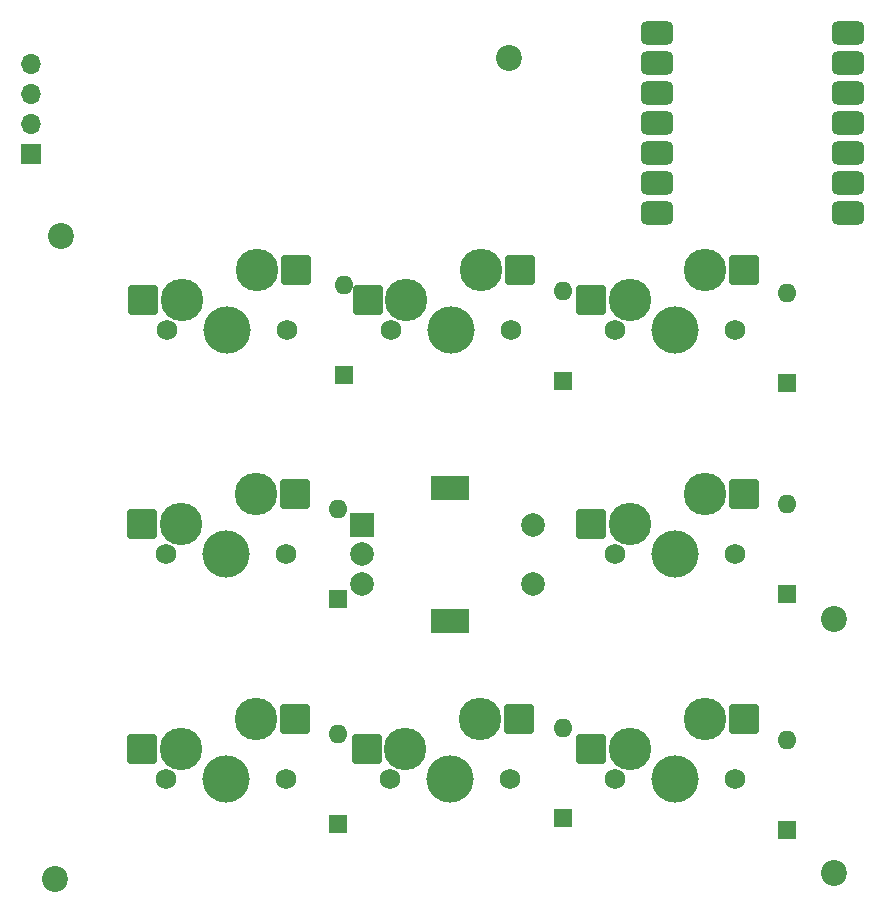
<source format=gbr>
%TF.GenerationSoftware,KiCad,Pcbnew,8.0.6*%
%TF.CreationDate,2024-10-30T00:35:20-04:00*%
%TF.ProjectId,MyHackpad,4d794861-636b-4706-9164-2e6b69636164,rev?*%
%TF.SameCoordinates,Original*%
%TF.FileFunction,Soldermask,Bot*%
%TF.FilePolarity,Negative*%
%FSLAX46Y46*%
G04 Gerber Fmt 4.6, Leading zero omitted, Abs format (unit mm)*
G04 Created by KiCad (PCBNEW 8.0.6) date 2024-10-30 00:35:20*
%MOMM*%
%LPD*%
G01*
G04 APERTURE LIST*
G04 Aperture macros list*
%AMRoundRect*
0 Rectangle with rounded corners*
0 $1 Rounding radius*
0 $2 $3 $4 $5 $6 $7 $8 $9 X,Y pos of 4 corners*
0 Add a 4 corners polygon primitive as box body*
4,1,4,$2,$3,$4,$5,$6,$7,$8,$9,$2,$3,0*
0 Add four circle primitives for the rounded corners*
1,1,$1+$1,$2,$3*
1,1,$1+$1,$4,$5*
1,1,$1+$1,$6,$7*
1,1,$1+$1,$8,$9*
0 Add four rect primitives between the rounded corners*
20,1,$1+$1,$2,$3,$4,$5,0*
20,1,$1+$1,$4,$5,$6,$7,0*
20,1,$1+$1,$6,$7,$8,$9,0*
20,1,$1+$1,$8,$9,$2,$3,0*%
G04 Aperture macros list end*
%ADD10RoundRect,0.250000X-1.025000X-1.000000X1.025000X-1.000000X1.025000X1.000000X-1.025000X1.000000X0*%
%ADD11C,1.750000*%
%ADD12C,4.000000*%
%ADD13C,3.600000*%
%ADD14R,1.600000X1.600000*%
%ADD15O,1.600000X1.600000*%
%ADD16C,2.200000*%
%ADD17R,2.000000X2.000000*%
%ADD18C,2.000000*%
%ADD19R,3.200000X2.000000*%
%ADD20R,1.700000X1.700000*%
%ADD21O,1.700000X1.700000*%
%ADD22RoundRect,0.500000X0.875000X0.500000X-0.875000X0.500000X-0.875000X-0.500000X0.875000X-0.500000X0*%
%ADD23C,1.600000*%
G04 APERTURE END LIST*
D10*
%TO.C,K6*%
X44915000Y-75460000D03*
D11*
X46920000Y-78000000D03*
D12*
X52000000Y-78000000D03*
D11*
X57080000Y-78000000D03*
D10*
X57842000Y-72920000D03*
D13*
X48190000Y-75460000D03*
X54540000Y-72920000D03*
%TD*%
D14*
%TO.C,D1*%
X43000000Y-43810000D03*
D15*
X43000000Y-36190000D03*
%TD*%
D14*
%TO.C,D6*%
X61500000Y-81310000D03*
D15*
X61500000Y-73690000D03*
%TD*%
D16*
%TO.C,H5*%
X19000000Y-32000000D03*
%TD*%
D10*
%TO.C,K5*%
X63915000Y-75460000D03*
D11*
X65920000Y-78000000D03*
D12*
X71000000Y-78000000D03*
D11*
X76080000Y-78000000D03*
D10*
X76842000Y-72920000D03*
D13*
X67190000Y-75460000D03*
X73540000Y-72920000D03*
%TD*%
D17*
%TO.C,SW1*%
X44500000Y-56500000D03*
D18*
X44500000Y-61500000D03*
X44500000Y-59000000D03*
D19*
X52000000Y-53400000D03*
X52000000Y-64600000D03*
D18*
X59000000Y-61500000D03*
X59000000Y-56500000D03*
%TD*%
D14*
%TO.C,D4*%
X80500000Y-62310000D03*
D15*
X80500000Y-54690000D03*
%TD*%
D10*
%TO.C,K7*%
X25915000Y-75460000D03*
D11*
X27920000Y-78000000D03*
D12*
X33000000Y-78000000D03*
D11*
X38080000Y-78000000D03*
D10*
X38842000Y-72920000D03*
D13*
X29190000Y-75460000D03*
X35540000Y-72920000D03*
%TD*%
D14*
%TO.C,D3*%
X80500000Y-44500000D03*
D15*
X80500000Y-36880000D03*
%TD*%
D16*
%TO.C,H1*%
X84500000Y-86000000D03*
%TD*%
D20*
%TO.C,J1*%
X16500000Y-25120000D03*
D21*
X16500000Y-22580000D03*
X16500000Y-20040000D03*
X16500000Y-17500000D03*
%TD*%
D14*
%TO.C,D8*%
X42500000Y-62810000D03*
D15*
X42500000Y-55190000D03*
%TD*%
D10*
%TO.C,K4*%
X63915000Y-56460000D03*
D11*
X65920000Y-59000000D03*
D12*
X71000000Y-59000000D03*
D11*
X76080000Y-59000000D03*
D10*
X76842000Y-53920000D03*
D13*
X67190000Y-56460000D03*
X73540000Y-53920000D03*
%TD*%
D16*
%TO.C,H2*%
X57000000Y-17000000D03*
%TD*%
D10*
%TO.C,K1*%
X25995000Y-37460000D03*
D11*
X28000000Y-40000000D03*
D12*
X33080000Y-40000000D03*
D11*
X38160000Y-40000000D03*
D10*
X38922000Y-34920000D03*
D13*
X29270000Y-37460000D03*
X35620000Y-34920000D03*
%TD*%
D14*
%TO.C,D5*%
X80500000Y-82310000D03*
D15*
X80500000Y-74690000D03*
%TD*%
D14*
%TO.C,D2*%
X61500000Y-44310000D03*
D15*
X61500000Y-36690000D03*
%TD*%
D10*
%TO.C,K8*%
X25915000Y-56460000D03*
D11*
X27920000Y-59000000D03*
D12*
X33000000Y-59000000D03*
D11*
X38080000Y-59000000D03*
D10*
X38842000Y-53920000D03*
D13*
X29190000Y-56460000D03*
X35540000Y-53920000D03*
%TD*%
D16*
%TO.C,H3*%
X84500000Y-64500000D03*
%TD*%
D14*
%TO.C,D7*%
X42500000Y-81810000D03*
D15*
X42500000Y-74190000D03*
%TD*%
D10*
%TO.C,K2*%
X44995000Y-37460000D03*
D11*
X47000000Y-40000000D03*
D12*
X52080000Y-40000000D03*
D11*
X57160000Y-40000000D03*
D10*
X57922000Y-34920000D03*
D13*
X48270000Y-37460000D03*
X54620000Y-34920000D03*
%TD*%
D10*
%TO.C,K3*%
X63915000Y-37460000D03*
D11*
X65920000Y-40000000D03*
D12*
X71000000Y-40000000D03*
D11*
X76080000Y-40000000D03*
D10*
X76842000Y-34920000D03*
D13*
X67190000Y-37460000D03*
X73540000Y-34920000D03*
%TD*%
D16*
%TO.C,H4*%
X18500000Y-86500000D03*
%TD*%
D22*
%TO.C,U2*%
X85685000Y-14880000D03*
D14*
X85240000Y-14880000D03*
D22*
X85685000Y-17420000D03*
D23*
X85240000Y-17420000D03*
D22*
X85685000Y-19960000D03*
D23*
X85240000Y-19960000D03*
D22*
X85685000Y-22500000D03*
D23*
X85240000Y-22500000D03*
D22*
X85685000Y-25040000D03*
D23*
X85240000Y-25040000D03*
D22*
X85685000Y-27580000D03*
D23*
X85240000Y-27580000D03*
D22*
X85685000Y-30120000D03*
D23*
X85240000Y-30120000D03*
X70000000Y-30120000D03*
D22*
X69520000Y-30120000D03*
D23*
X70000000Y-27580000D03*
D22*
X69520000Y-27580000D03*
D23*
X70000000Y-25040000D03*
D22*
X69520000Y-25040000D03*
D23*
X70000000Y-22500000D03*
D22*
X69520000Y-22500000D03*
D23*
X70000000Y-19960000D03*
D22*
X69520000Y-19960000D03*
D23*
X70000000Y-17420000D03*
D22*
X69520000Y-17420000D03*
D23*
X70000000Y-14880000D03*
D22*
X69520000Y-14880000D03*
%TD*%
M02*

</source>
